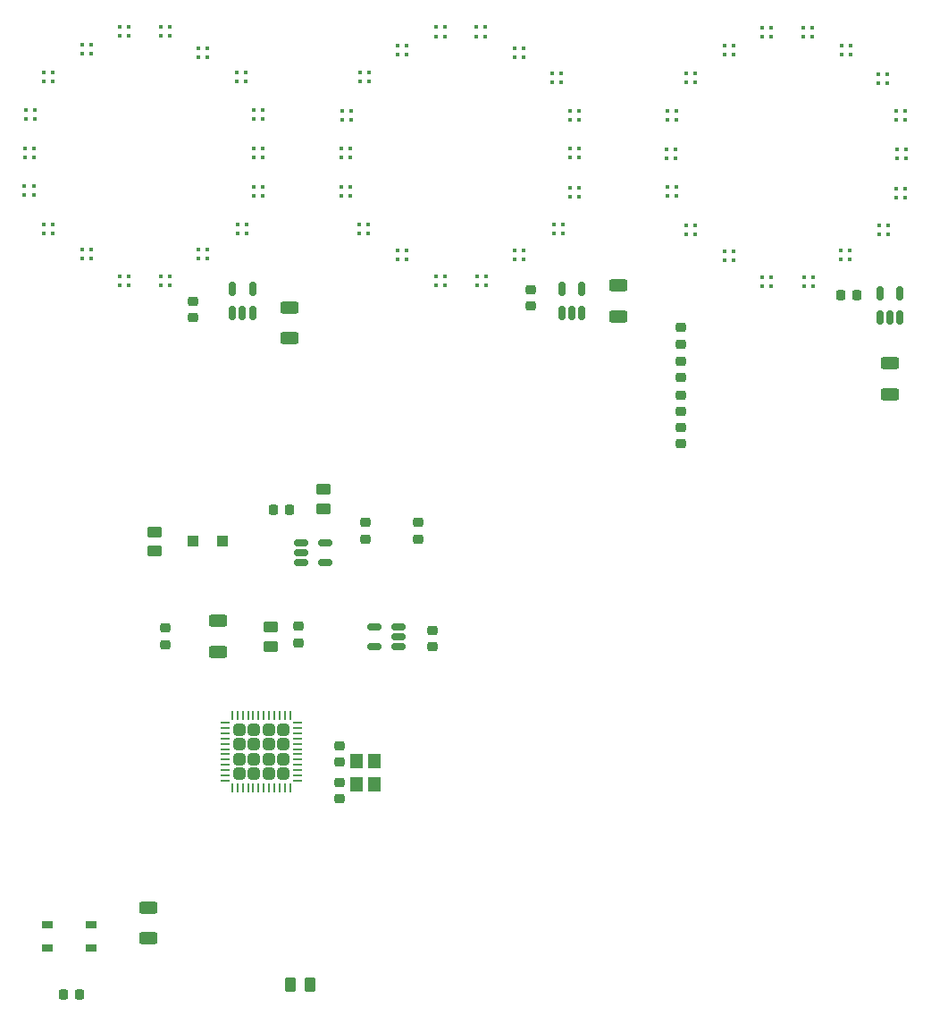
<source format=gbr>
%TF.GenerationSoftware,KiCad,Pcbnew,8.0.4*%
%TF.CreationDate,2024-08-23T11:03:51-07:00*%
%TF.ProjectId,GalaxySparkles,47616c61-7879-4537-9061-726b6c65732e,rev?*%
%TF.SameCoordinates,Original*%
%TF.FileFunction,Paste,Top*%
%TF.FilePolarity,Positive*%
%FSLAX46Y46*%
G04 Gerber Fmt 4.6, Leading zero omitted, Abs format (unit mm)*
G04 Created by KiCad (PCBNEW 8.0.4) date 2024-08-23 11:03:51*
%MOMM*%
%LPD*%
G01*
G04 APERTURE LIST*
G04 Aperture macros list*
%AMRoundRect*
0 Rectangle with rounded corners*
0 $1 Rounding radius*
0 $2 $3 $4 $5 $6 $7 $8 $9 X,Y pos of 4 corners*
0 Add a 4 corners polygon primitive as box body*
4,1,4,$2,$3,$4,$5,$6,$7,$8,$9,$2,$3,0*
0 Add four circle primitives for the rounded corners*
1,1,$1+$1,$2,$3*
1,1,$1+$1,$4,$5*
1,1,$1+$1,$6,$7*
1,1,$1+$1,$8,$9*
0 Add four rect primitives between the rounded corners*
20,1,$1+$1,$2,$3,$4,$5,0*
20,1,$1+$1,$4,$5,$6,$7,0*
20,1,$1+$1,$6,$7,$8,$9,0*
20,1,$1+$1,$8,$9,$2,$3,0*%
G04 Aperture macros list end*
%ADD10RoundRect,0.225000X0.225000X0.250000X-0.225000X0.250000X-0.225000X-0.250000X0.225000X-0.250000X0*%
%ADD11RoundRect,0.250000X-0.450000X0.262500X-0.450000X-0.262500X0.450000X-0.262500X0.450000X0.262500X0*%
%ADD12R,0.450000X0.450000*%
%ADD13RoundRect,0.225000X-0.250000X0.225000X-0.250000X-0.225000X0.250000X-0.225000X0.250000X0.225000X0*%
%ADD14RoundRect,0.250000X-0.625000X0.312500X-0.625000X-0.312500X0.625000X-0.312500X0.625000X0.312500X0*%
%ADD15RoundRect,0.150000X0.150000X-0.512500X0.150000X0.512500X-0.150000X0.512500X-0.150000X-0.512500X0*%
%ADD16RoundRect,0.225000X0.250000X-0.225000X0.250000X0.225000X-0.250000X0.225000X-0.250000X-0.225000X0*%
%ADD17RoundRect,0.150000X-0.512500X-0.150000X0.512500X-0.150000X0.512500X0.150000X-0.512500X0.150000X0*%
%ADD18RoundRect,0.225000X-0.225000X-0.250000X0.225000X-0.250000X0.225000X0.250000X-0.225000X0.250000X0*%
%ADD19RoundRect,0.250000X0.315000X0.315000X-0.315000X0.315000X-0.315000X-0.315000X0.315000X-0.315000X0*%
%ADD20RoundRect,0.062500X0.375000X0.062500X-0.375000X0.062500X-0.375000X-0.062500X0.375000X-0.062500X0*%
%ADD21RoundRect,0.062500X0.062500X0.375000X-0.062500X0.375000X-0.062500X-0.375000X0.062500X-0.375000X0*%
%ADD22RoundRect,0.218750X0.256250X-0.218750X0.256250X0.218750X-0.256250X0.218750X-0.256250X-0.218750X0*%
%ADD23R,1.050000X0.650000*%
%ADD24RoundRect,0.150000X0.512500X0.150000X-0.512500X0.150000X-0.512500X-0.150000X0.512500X-0.150000X0*%
%ADD25RoundRect,0.250000X0.262500X0.450000X-0.262500X0.450000X-0.262500X-0.450000X0.262500X-0.450000X0*%
%ADD26R,1.200000X1.400000*%
%ADD27RoundRect,0.250000X0.625000X-0.312500X0.625000X0.312500X-0.625000X0.312500X-0.625000X-0.312500X0*%
%ADD28RoundRect,0.250000X0.300000X0.300000X-0.300000X0.300000X-0.300000X-0.300000X0.300000X-0.300000X0*%
G04 APERTURE END LIST*
D10*
%TO.C,C14*%
X148075000Y-146390000D03*
X146525000Y-146390000D03*
%TD*%
D11*
%TO.C,R4*%
X171200000Y-98577500D03*
X171200000Y-100402500D03*
%TD*%
D12*
%TO.C,LED2-4*%
X181850899Y-78410000D03*
X182700899Y-78410000D03*
X182700899Y-79260000D03*
X181850899Y-79260000D03*
%TD*%
%TO.C,LED3-11*%
X210082534Y-57403237D03*
X209232534Y-57403237D03*
X209232534Y-56553237D03*
X210082534Y-56553237D03*
%TD*%
D13*
%TO.C,C12*%
X172700000Y-122825000D03*
X172700000Y-124375000D03*
%TD*%
D14*
%TO.C,R2*%
X199100000Y-79237500D03*
X199100000Y-82162500D03*
%TD*%
D12*
%TO.C,LED2-18*%
X194550898Y-70010000D03*
X195400898Y-70010000D03*
X195400898Y-70860000D03*
X194550898Y-70860000D03*
%TD*%
%TO.C,LED2-7*%
X173700899Y-69910002D03*
X173700899Y-70760002D03*
X172850899Y-70760002D03*
X172850899Y-69910002D03*
%TD*%
D15*
%TO.C,U5*%
X223950000Y-82307501D03*
X224900000Y-82307501D03*
X225850000Y-82307501D03*
X225850000Y-80032501D03*
X223950000Y-80032501D03*
%TD*%
D16*
%TO.C,C6*%
X190800000Y-81175000D03*
X190800000Y-79625000D03*
%TD*%
D12*
%TO.C,LED3-8*%
X204582536Y-66353237D03*
X204582536Y-67203237D03*
X203732536Y-67203237D03*
X203732536Y-66353237D03*
%TD*%
D17*
%TO.C,U4*%
X169062500Y-103590000D03*
X169062500Y-104540000D03*
X169062500Y-105490000D03*
X171337500Y-105490000D03*
X171337500Y-103590000D03*
%TD*%
D12*
%TO.C,LED3-14*%
X221132535Y-57425000D03*
X220282535Y-57425000D03*
X220282535Y-56575000D03*
X221132535Y-56575000D03*
%TD*%
%TO.C,LED1-17*%
X164624998Y-66265001D03*
X165474998Y-66265001D03*
X165474998Y-67115001D03*
X164624998Y-67115001D03*
%TD*%
%TO.C,LED3-2*%
X220182531Y-75953237D03*
X221032531Y-75953237D03*
X221032531Y-76803237D03*
X220182531Y-76803237D03*
%TD*%
%TO.C,LED2-9*%
X173800898Y-62709999D03*
X173800898Y-63559999D03*
X172950898Y-63559999D03*
X172950898Y-62709999D03*
%TD*%
%TO.C,LED1-10*%
X145524999Y-59915002D03*
X144674999Y-59915002D03*
X144674999Y-59065002D03*
X145524999Y-59065002D03*
%TD*%
D16*
%TO.C,C1*%
X205100000Y-94265000D03*
X205100000Y-92715000D03*
%TD*%
D12*
%TO.C,LED1-18*%
X164624998Y-69890000D03*
X165474998Y-69890000D03*
X165474998Y-70740000D03*
X164624998Y-70740000D03*
%TD*%
D16*
%TO.C,C13*%
X172700000Y-127875000D03*
X172700000Y-126325000D03*
%TD*%
D12*
%TO.C,LED1-2*%
X159375000Y-75865000D03*
X160225000Y-75865000D03*
X160225000Y-76715000D03*
X159375000Y-76715000D03*
%TD*%
%TO.C,LED2-14*%
X190200898Y-57675000D03*
X189350898Y-57675000D03*
X189350898Y-56825000D03*
X190200898Y-56825000D03*
%TD*%
%TO.C,LED1-5*%
X148324999Y-75865002D03*
X149174999Y-75865002D03*
X149174999Y-76715002D03*
X148324999Y-76715002D03*
%TD*%
D13*
%TO.C,C9*%
X175200000Y-101715000D03*
X175200000Y-103265000D03*
%TD*%
D12*
%TO.C,LED3-12*%
X213632532Y-55703236D03*
X212782532Y-55703236D03*
X212782532Y-54853236D03*
X213632532Y-54853236D03*
%TD*%
%TO.C,LED2-13*%
X186550898Y-55660000D03*
X185700898Y-55660000D03*
X185700898Y-54810000D03*
X186550898Y-54810000D03*
%TD*%
%TO.C,LED1-13*%
X156624999Y-55615002D03*
X155774999Y-55615002D03*
X155774999Y-54765002D03*
X156624999Y-54765002D03*
%TD*%
D18*
%TO.C,C7*%
X220225000Y-80200000D03*
X221775000Y-80200000D03*
%TD*%
D12*
%TO.C,LED2-8*%
X173700899Y-66310000D03*
X173700899Y-67160000D03*
X172850899Y-67160000D03*
X172850899Y-66310000D03*
%TD*%
D16*
%TO.C,C5*%
X158800000Y-82275000D03*
X158800000Y-80725000D03*
%TD*%
D11*
%TO.C,R3*%
X155200000Y-102577500D03*
X155200000Y-104402500D03*
%TD*%
D12*
%TO.C,LED2-15*%
X193750898Y-60060000D03*
X192900898Y-60060000D03*
X192900898Y-59210000D03*
X193750898Y-59210000D03*
%TD*%
%TO.C,LED1-15*%
X162974999Y-59965001D03*
X162974999Y-59115001D03*
X163824999Y-59115001D03*
X163824999Y-59965001D03*
%TD*%
D18*
%TO.C,C8*%
X166425000Y-100490000D03*
X167975000Y-100490000D03*
%TD*%
D12*
%TO.C,LED2-2*%
X189300898Y-75910001D03*
X190150898Y-75910001D03*
X190150898Y-76760001D03*
X189300898Y-76760001D03*
%TD*%
%TO.C,LED1-1*%
X163075000Y-73465000D03*
X163925000Y-73465000D03*
X163925000Y-74315000D03*
X163075000Y-74315000D03*
%TD*%
D19*
%TO.C,U1*%
X167400000Y-125490000D03*
X167400000Y-124090000D03*
X167400000Y-122690000D03*
X167400000Y-121290000D03*
X166000000Y-125490000D03*
X166000000Y-124090000D03*
X166000000Y-122690000D03*
X166000000Y-121290000D03*
X164600000Y-125490000D03*
X164600000Y-124090000D03*
X164600000Y-122690000D03*
X164600000Y-121290000D03*
X163200000Y-125490000D03*
X163200000Y-124090000D03*
X163200000Y-122690000D03*
X163200000Y-121290000D03*
D20*
X168737500Y-126140000D03*
X168737500Y-125640000D03*
X168737500Y-125139999D03*
X168737500Y-124640000D03*
X168737500Y-124140000D03*
X168737500Y-123640000D03*
X168737500Y-123140000D03*
X168737500Y-122640000D03*
X168737500Y-122140000D03*
X168737499Y-121640000D03*
X168737500Y-121140000D03*
X168737500Y-120640000D03*
D21*
X168050000Y-119952500D03*
X167550000Y-119952500D03*
X167049999Y-119952500D03*
X166550000Y-119952500D03*
X166050000Y-119952500D03*
X165550000Y-119952500D03*
X165050000Y-119952500D03*
X164550000Y-119952500D03*
X164050000Y-119952500D03*
X163550000Y-119952501D03*
X163050000Y-119952500D03*
X162550000Y-119952500D03*
D20*
X161862500Y-120640000D03*
X161862500Y-121140000D03*
X161862500Y-121640001D03*
X161862500Y-122140000D03*
X161862500Y-122640000D03*
X161862500Y-123140000D03*
X161862500Y-123640000D03*
X161862500Y-124140000D03*
X161862500Y-124640000D03*
X161862501Y-125140000D03*
X161862500Y-125640000D03*
X161862500Y-126140000D03*
D21*
X162550000Y-126827500D03*
X163050000Y-126827500D03*
X163550001Y-126827500D03*
X164050000Y-126827500D03*
X164550000Y-126827500D03*
X165050000Y-126827500D03*
X165550000Y-126827500D03*
X166050000Y-126827500D03*
X166550000Y-126827500D03*
X167050000Y-126827499D03*
X167550000Y-126827500D03*
X168050000Y-126827500D03*
%TD*%
D22*
%TO.C,D5*%
X168800000Y-113077500D03*
X168800000Y-111502500D03*
%TD*%
D12*
%TO.C,LED3-13*%
X217532532Y-55703236D03*
X216682532Y-55703236D03*
X216682532Y-54853236D03*
X217532532Y-54853236D03*
%TD*%
D13*
%TO.C,C15*%
X181500000Y-111915000D03*
X181500000Y-113465000D03*
%TD*%
D12*
%TO.C,LED1-3*%
X155824999Y-78365000D03*
X156674999Y-78365000D03*
X156674999Y-79215000D03*
X155824999Y-79215000D03*
%TD*%
D23*
%TO.C,SW2*%
X149175000Y-141965000D03*
X145025000Y-141965000D03*
X149175000Y-139815000D03*
X145025000Y-139815000D03*
%TD*%
D24*
%TO.C,U6*%
X178337500Y-113440000D03*
X178337500Y-112490000D03*
X178337500Y-111540000D03*
X176062500Y-111540000D03*
X176062500Y-113440000D03*
%TD*%
D12*
%TO.C,LED3-15*%
X224632535Y-60103238D03*
X223782535Y-60103238D03*
X223782535Y-59253238D03*
X224632535Y-59253238D03*
%TD*%
%TO.C,LED2-11*%
X179100900Y-57360001D03*
X178250900Y-57360001D03*
X178250900Y-56510001D03*
X179100900Y-56510001D03*
%TD*%
D25*
%TO.C,R8*%
X169912500Y-145490000D03*
X168087500Y-145490000D03*
%TD*%
D12*
%TO.C,LED2-3*%
X185750900Y-78410000D03*
X186600900Y-78410000D03*
X186600900Y-79260000D03*
X185750900Y-79260000D03*
%TD*%
%TO.C,LED1-16*%
X164624999Y-62665001D03*
X165474999Y-62665001D03*
X165474999Y-63515001D03*
X164624999Y-63515001D03*
%TD*%
%TO.C,LED3-16*%
X225482533Y-62753237D03*
X226332533Y-62753237D03*
X226332533Y-63603237D03*
X225482533Y-63603237D03*
%TD*%
%TO.C,LED1-6*%
X144674999Y-73465002D03*
X145524999Y-73465002D03*
X145524999Y-74315002D03*
X144674999Y-74315002D03*
%TD*%
%TO.C,LED1-8*%
X143775000Y-66265002D03*
X143775000Y-67115002D03*
X142925000Y-67115002D03*
X142925000Y-66265002D03*
%TD*%
%TO.C,LED2-12*%
X182700899Y-55660002D03*
X181850899Y-55660002D03*
X181850899Y-54810002D03*
X182700899Y-54810002D03*
%TD*%
%TO.C,LED2-6*%
X174600898Y-73510000D03*
X175450898Y-73510000D03*
X175450898Y-74360000D03*
X174600898Y-74360000D03*
%TD*%
D16*
%TO.C,C4*%
X205100000Y-91165000D03*
X205100000Y-89615000D03*
%TD*%
D13*
%TO.C,C10*%
X180200000Y-101715000D03*
X180200000Y-103265000D03*
%TD*%
D26*
%TO.C,Y2*%
X174350000Y-124290000D03*
X174350000Y-126490000D03*
X176050000Y-126490000D03*
X176050000Y-124290000D03*
%TD*%
D12*
%TO.C,LED3-1*%
X223882532Y-73553236D03*
X224732532Y-73553236D03*
X224732532Y-74403236D03*
X223882532Y-74403236D03*
%TD*%
D16*
%TO.C,C2*%
X205100000Y-84790000D03*
X205100000Y-83240000D03*
%TD*%
D12*
%TO.C,LED3-18*%
X225482534Y-70053236D03*
X226332534Y-70053236D03*
X226332534Y-70903236D03*
X225482534Y-70903236D03*
%TD*%
D15*
%TO.C,U3*%
X193775898Y-81872500D03*
X194725898Y-81872500D03*
X195675898Y-81872500D03*
X195675898Y-79597500D03*
X193775898Y-79597500D03*
%TD*%
D12*
%TO.C,LED3-9*%
X204682533Y-62753237D03*
X204682533Y-63603237D03*
X203832533Y-63603237D03*
X203832533Y-62753237D03*
%TD*%
D22*
%TO.C,D1*%
X156200000Y-113277500D03*
X156200000Y-111702500D03*
%TD*%
D12*
%TO.C,LED1-4*%
X151874999Y-78365001D03*
X152724999Y-78365001D03*
X152724999Y-79215001D03*
X151874999Y-79215001D03*
%TD*%
%TO.C,LED1-14*%
X160224999Y-57675000D03*
X159374999Y-57675000D03*
X159374999Y-56825000D03*
X160224999Y-56825000D03*
%TD*%
%TO.C,LED2-5*%
X178250899Y-75960000D03*
X179100899Y-75960000D03*
X179100899Y-76810000D03*
X178250899Y-76810000D03*
%TD*%
%TO.C,LED3-6*%
X205532536Y-73553239D03*
X206382536Y-73553239D03*
X206382536Y-74403239D03*
X205532536Y-74403239D03*
%TD*%
%TO.C,LED3-4*%
X212782533Y-78453235D03*
X213632533Y-78453235D03*
X213632533Y-79303235D03*
X212782533Y-79303235D03*
%TD*%
%TO.C,LED2-17*%
X194600898Y-66310000D03*
X195450898Y-66310000D03*
X195450898Y-67160000D03*
X194600898Y-67160000D03*
%TD*%
%TO.C,LED3-3*%
X216732534Y-78453234D03*
X217582534Y-78453234D03*
X217582534Y-79303234D03*
X216732534Y-79303234D03*
%TD*%
%TO.C,LED3-7*%
X204682535Y-69953236D03*
X204682535Y-70803236D03*
X203832535Y-70803236D03*
X203832535Y-69953236D03*
%TD*%
D15*
%TO.C,U2*%
X162575001Y-81852501D03*
X163525001Y-81852501D03*
X164475001Y-81852501D03*
X164475001Y-79577501D03*
X162575001Y-79577501D03*
%TD*%
D12*
%TO.C,LED3-17*%
X225582532Y-66353239D03*
X226432532Y-66353239D03*
X226432532Y-67203239D03*
X225582532Y-67203239D03*
%TD*%
D27*
%TO.C,R5*%
X224900000Y-89562500D03*
X224900000Y-86637500D03*
%TD*%
D14*
%TO.C,R9*%
X154600000Y-138137500D03*
X154600000Y-141062500D03*
%TD*%
D27*
%TO.C,R1*%
X161200000Y-113952500D03*
X161200000Y-111027500D03*
%TD*%
D12*
%TO.C,LED1-9*%
X143824999Y-62665001D03*
X143824999Y-63515001D03*
X142974999Y-63515001D03*
X142974999Y-62665001D03*
%TD*%
%TO.C,LED3-5*%
X209232537Y-76053236D03*
X210082537Y-76053236D03*
X210082537Y-76903236D03*
X209232537Y-76903236D03*
%TD*%
D28*
%TO.C,D3*%
X161600000Y-103490000D03*
X158800000Y-103490000D03*
%TD*%
D11*
%TO.C,R7*%
X166200000Y-111577500D03*
X166200000Y-113402500D03*
%TD*%
D12*
%TO.C,LED2-10*%
X175500899Y-59960001D03*
X174650899Y-59960001D03*
X174650899Y-59110001D03*
X175500899Y-59110001D03*
%TD*%
%TO.C,LED3-10*%
X206432535Y-60003236D03*
X205582535Y-60003236D03*
X205582535Y-59153236D03*
X206432535Y-59153236D03*
%TD*%
%TO.C,LED2-1*%
X193000898Y-73510001D03*
X193850898Y-73510001D03*
X193850898Y-74360001D03*
X193000898Y-74360001D03*
%TD*%
D13*
%TO.C,C3*%
X205100000Y-86415000D03*
X205100000Y-87965000D03*
%TD*%
D12*
%TO.C,LED1-11*%
X149174998Y-57315000D03*
X148324998Y-57315000D03*
X148324998Y-56465000D03*
X149174998Y-56465000D03*
%TD*%
%TO.C,LED1-12*%
X152724999Y-55615002D03*
X151874999Y-55615002D03*
X151874999Y-54765002D03*
X152724999Y-54765002D03*
%TD*%
%TO.C,LED2-16*%
X194600898Y-62709999D03*
X195450898Y-62709999D03*
X195450898Y-63559999D03*
X194600898Y-63559999D03*
%TD*%
%TO.C,LED1-7*%
X143724998Y-69865001D03*
X143724998Y-70715001D03*
X142874998Y-70715001D03*
X142874998Y-69865001D03*
%TD*%
D14*
%TO.C,R6*%
X168000000Y-81337500D03*
X168000000Y-84262500D03*
%TD*%
M02*

</source>
